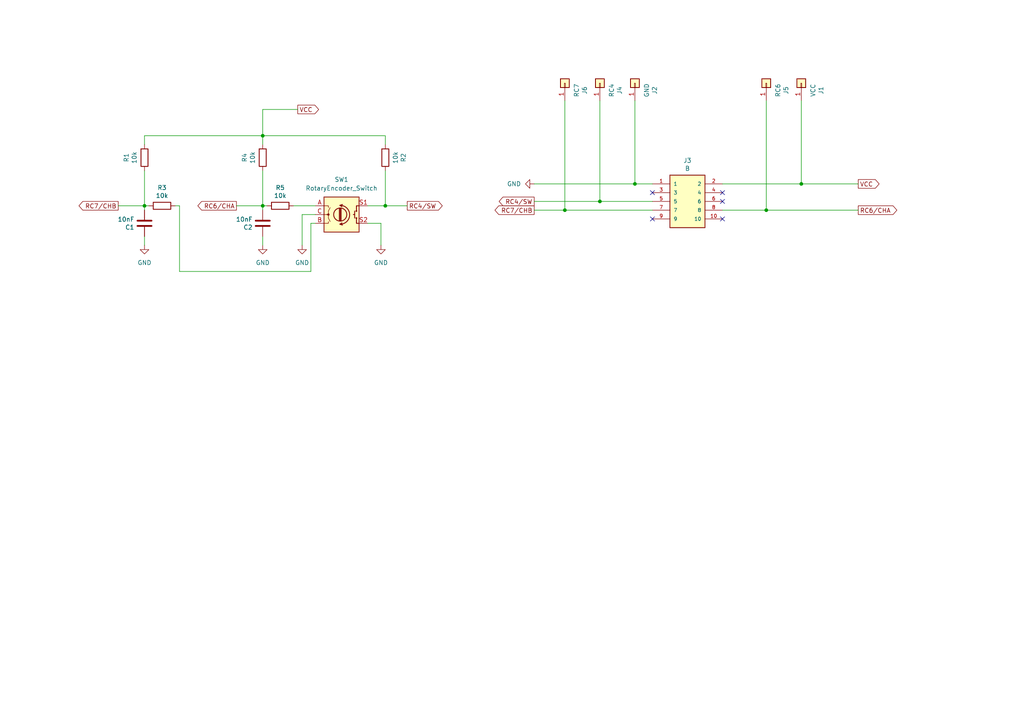
<source format=kicad_sch>
(kicad_sch (version 20211123) (generator eeschema)
  (paper "A4")
  (title_block (title "Rotary encoder for ASRC V6") (date "2022-04-27") (rev "V1"))
  (lib_symbols
    (symbol "Connector_Generic:Conn_01x01" (pin_names (offset 1.016) hide)
      (property "Reference" "J" (at 0 2.54 0))
      (property "Value" "Conn_01x01" (at 0 -2.54 0))
      (symbol "Conn_01x01_1_1"
        (rectangle (start -1.27 0.127) (end 0 -0.127) (stroke (width 0.1524)))
        (rectangle (start -1.27 1.27) (end 1.27 -1.27) (stroke (width 0.254)) (fill (type background)))
        (pin passive line (at -5.08 0 0) (length 3.81) (name "Pin_1") (number "1"))
      )
    )
    (symbol "Device:C" (pin_numbers hide) (pin_names (offset 0.254))
      (property "Reference" "C" (at 0.635 2.54 0))
      (property "Value" "C" (at 0.635 -2.54 0))
      (symbol "C_0_1"
        (polyline (pts (xy -2.032 -0.762) (xy 2.032 -0.762)) (stroke (width 0.508)))
        (polyline (pts (xy -2.032 0.762) (xy 2.032 0.762)) (stroke (width 0.508)))
      )
      (symbol "C_1_1"
        (pin passive line (at 0 3.81 270) (length 2.794) (name "~") (number "1"))
        (pin passive line (at 0 -3.81 90) (length 2.794) (name "~") (number "2"))
      )
    )
    (symbol "Device:R" (pin_numbers hide) (pin_names (offset 0))
      (property "Reference" "R" (at 2.032 0 90))
      (property "Value" "R" (at 0 0 90))
      (symbol "R_0_1"
        (rectangle (start -1.016 -2.54) (end 1.016 2.54) (stroke (width 0.254)))
      )
      (symbol "R_1_1"
        (pin passive line (at 0 3.81 270) (length 1.27) (name "~") (number "1"))
        (pin passive line (at 0 -3.81 90) (length 1.27) (name "~") (number "2"))
      )
    )
    (symbol "Device:RotaryEncoder_Switch" (pin_names (offset 0.254) hide)
      (property "Reference" "SW" (at 0 6.604 0))
      (property "Value" "RotaryEncoder_Switch" (at 0 -6.604 0))
      (symbol "RotaryEncoder_Switch_0_1"
        (rectangle (start -5.08 5.08) (end 5.08 -5.08) (stroke (width 0.254)) (fill (type background)))
        (circle (center -3.81 0) (radius 0.254) (fill (type outline)))
        (arc (start -0.381 -2.794) (mid 2.3622 -0.0635) (end -0.381 2.667) (stroke (width 0.254)))
        (circle (center -0.381 0) (radius 1.905) (stroke (width 0.254)))
        (polyline (pts (xy -0.635 -1.778) (xy -0.635 1.778)) (stroke (width 0.254)))
        (polyline (pts (xy -0.381 -1.778) (xy -0.381 1.778)) (stroke (width 0.254)))
        (polyline (pts (xy -0.127 1.778) (xy -0.127 -1.778)) (stroke (width 0.254)))
        (polyline (pts (xy 3.81 0) (xy 3.429 0)) (stroke (width 0.254)))
        (polyline (pts (xy 3.81 1.016) (xy 3.81 -1.016)) (stroke (width 0.254)))
        (polyline (pts (xy -5.08 -2.54) (xy -3.81 -2.54) (xy -3.81 -2.032)))
        (polyline (pts (xy -5.08 2.54) (xy -3.81 2.54) (xy -3.81 2.032)))
        (polyline (pts (xy 0.254 -3.048) (xy -0.508 -2.794) (xy 0.127 -2.413)) (stroke (width 0.254)))
        (polyline (pts (xy 0.254 2.921) (xy -0.508 2.667) (xy 0.127 2.286)) (stroke (width 0.254)))
        (polyline (pts (xy 5.08 -2.54) (xy 4.318 -2.54) (xy 4.318 -1.016)) (stroke (width 0.254)))
        (polyline (pts (xy 5.08 2.54) (xy 4.318 2.54) (xy 4.318 1.016)) (stroke (width 0.254)))
        (polyline (pts (xy -5.08 0) (xy -3.81 0) (xy -3.81 -1.016) (xy -3.302 -2.032)))
        (polyline (pts (xy -4.318 0) (xy -3.81 0) (xy -3.81 1.016) (xy -3.302 2.032)))
        (circle (center 4.318 -1.016) (radius 0.127) (stroke (width 0.254)))
        (circle (center 4.318 1.016) (radius 0.127) (stroke (width 0.254)))
      )
      (symbol "RotaryEncoder_Switch_1_1"
        (pin passive line (at -7.62 2.54 0) (length 2.54) (name "A") (number "A"))
        (pin passive line (at -7.62 -2.54 0) (length 2.54) (name "B") (number "B"))
        (pin passive line (at -7.62 0 0) (length 2.54) (name "C") (number "C"))
        (pin passive line (at 7.62 2.54 180) (length 2.54) (name "S1") (number "S1"))
        (pin passive line (at 7.62 -2.54 180) (length 2.54) (name "S2") (number "S2"))
      )
    )
    (symbol "kicad-snk:TE_CONN_RCPT_10POS_0.1_TIN_PCB" (pin_names (offset 1.016))
      (property "Reference" "J" (at -5.08 8.255 0))
      (property "Value" "TE_CONN_RCPT_10POS_0.1_TIN_PCB" (at -5.08 -10.1854 0))
      (symbol "TE_CONN_RCPT_10POS_0.1_TIN_PCB_0_0"
        (rectangle (start -5.08 -7.62) (end 5.08 7.62) (stroke (width 0.254)) (fill (type background)))
        (pin passive line (at -10.16 5.08 0) (length 5.08) (name "1") (number "1"))
        (pin passive line (at 10.16 -5.08 180) (length 5.08) (name "10") (number "10"))
        (pin passive line (at 10.16 5.08 180) (length 5.08) (name "2") (number "2"))
        (pin passive line (at -10.16 2.54 0) (length 5.08) (name "3") (number "3"))
        (pin passive line (at 10.16 2.54 180) (length 5.08) (name "4") (number "4"))
        (pin passive line (at -10.16 0 0) (length 5.08) (name "5") (number "5"))
        (pin passive line (at 10.16 0 180) (length 5.08) (name "6") (number "6"))
        (pin passive line (at -10.16 -2.54 0) (length 5.08) (name "7") (number "7"))
        (pin passive line (at 10.16 -2.54 180) (length 5.08) (name "8") (number "8"))
        (pin passive line (at -10.16 -5.08 0) (length 5.08) (name "9") (number "9"))
      )
    )
    (symbol "power:GND" (power) (pin_names (offset 0))
      (property "Value" "GND" (at 0 -3.81 0))
      (symbol "GND_0_1"
        (polyline (pts (xy 0 0) (xy 0 -1.27) (xy 1.27 -1.27) (xy 0 -2.54) (xy -1.27 -1.27) (xy 0 -1.27)))
      )
      (symbol "GND_1_1"
        (pin power_in line (at 0 0 270) (length 0) hide (name "GND") (number "1"))
      )
    )
  )
  (junction (at 163.83 60.96))
  (junction (at 76.2 39.37))
  (junction (at 111.76 59.69))
  (junction (at 76.2 59.69))
  (junction (at 173.99 58.42))
  (junction (at 222.25 60.96))
  (junction (at 184.15 53.34))
  (junction (at 232.41 53.34))
  (junction (at 41.91 59.69))
  (no_connect (at 189.23 55.88))
  (no_connect (at 189.23 63.5))
  (no_connect (at 209.55 55.88))
  (no_connect (at 209.55 58.42))
  (no_connect (at 209.55 63.5))
  (wire (pts (xy 68.58 59.69) (xy 76.2 59.69)))
  (wire (pts (xy 76.2 39.37) (xy 111.76 39.37)))
  (wire (pts (xy 209.55 60.96) (xy 222.25 60.96)))
  (wire (pts (xy 76.2 59.69) (xy 76.2 60.96)))
  (wire (pts (xy 91.44 62.23) (xy 87.63 62.23)))
  (wire (pts (xy 43.18 59.69) (xy 41.91 59.69)))
  (wire (pts (xy 41.91 39.37) (xy 41.91 41.91)))
  (wire (pts (xy 76.2 39.37) (xy 76.2 41.91)))
  (wire (pts (xy 76.2 68.58) (xy 76.2 71.12)))
  (wire (pts (xy 163.83 60.96) (xy 189.23 60.96)))
  (wire (pts (xy 76.2 31.75) (xy 76.2 39.37)))
  (wire (pts (xy 111.76 59.69) (xy 118.11 59.69)))
  (wire (pts (xy 110.49 64.77) (xy 110.49 71.12)))
  (wire (pts (xy 41.91 39.37) (xy 76.2 39.37)))
  (wire (pts (xy 111.76 59.69) (xy 111.76 49.53)))
  (wire (pts (xy 85.09 59.69) (xy 91.44 59.69)))
  (wire (pts (xy 50.8 59.69) (xy 52.07 59.69)))
  (wire (pts (xy 184.15 53.34) (xy 189.23 53.34)))
  (wire (pts (xy 173.99 58.42) (xy 189.23 58.42)))
  (wire (pts (xy 52.07 59.69) (xy 52.07 78.74)))
  (wire (pts (xy 90.17 64.77) (xy 91.44 64.77)))
  (wire (pts (xy 154.94 60.96) (xy 163.83 60.96)))
  (wire (pts (xy 87.63 62.23) (xy 87.63 71.12)))
  (wire (pts (xy 76.2 49.53) (xy 76.2 59.69)))
  (wire (pts (xy 163.83 29.21) (xy 163.83 60.96)))
  (wire (pts (xy 52.07 78.74) (xy 90.17 78.74)))
  (wire (pts (xy 41.91 49.53) (xy 41.91 59.69)))
  (wire (pts (xy 41.91 68.58) (xy 41.91 71.12)))
  (wire (pts (xy 34.29 59.69) (xy 41.91 59.69)))
  (wire (pts (xy 106.68 59.69) (xy 111.76 59.69)))
  (wire (pts (xy 77.47 59.69) (xy 76.2 59.69)))
  (wire (pts (xy 111.76 41.91) (xy 111.76 39.37)))
  (wire (pts (xy 86.36 31.75) (xy 76.2 31.75)))
  (wire (pts (xy 41.91 59.69) (xy 41.91 60.96)))
  (wire (pts (xy 154.94 58.42) (xy 173.99 58.42)))
  (wire (pts (xy 222.25 29.21) (xy 222.25 60.96)))
  (wire (pts (xy 154.94 53.34) (xy 184.15 53.34)))
  (wire (pts (xy 232.41 53.34) (xy 248.92 53.34)))
  (wire (pts (xy 232.41 29.21) (xy 232.41 53.34)))
  (wire (pts (xy 90.17 78.74) (xy 90.17 64.77)))
  (wire (pts (xy 173.99 29.21) (xy 173.99 58.42)))
  (wire (pts (xy 184.15 29.21) (xy 184.15 53.34)))
  (wire (pts (xy 110.49 64.77) (xy 106.68 64.77)))
  (wire (pts (xy 209.55 53.34) (xy 232.41 53.34)))
  (wire (pts (xy 222.25 60.96) (xy 248.92 60.96)))
  (global_label "RC4{slash}SW" (shape output) (at 118.11 59.69 0) (property "Intersheet References" "${INTERSHEET_REFS}" (effects hide)))
  (global_label "RC7{slash}CHB" (shape output) (at 154.94 60.96 180) (property "Intersheet References" "${INTERSHEET_REFS}" (effects hide)))
  (global_label "RC7{slash}CHB" (shape output) (at 34.29 59.69 180) (property "Intersheet References" "${INTERSHEET_REFS}" (effects hide)))
  (global_label "RC6{slash}CHA" (shape output) (at 68.58 59.69 180) (property "Intersheet References" "${INTERSHEET_REFS}" (effects hide)))
  (global_label "RC4{slash}SW" (shape output) (at 154.94 58.42 180) (property "Intersheet References" "${INTERSHEET_REFS}" (effects hide)))
  (global_label "VCC" (shape output) (at 248.92 53.34 0) (property "Intersheet References" "${INTERSHEET_REFS}" (effects hide)))
  (global_label "VCC" (shape output) (at 86.36 31.75 0) (property "Intersheet References" "${INTERSHEET_REFS}" (effects hide)))
  (global_label "RC6{slash}CHA" (shape output) (at 248.92 60.96 0) (property "Intersheet References" "${INTERSHEET_REFS}" (effects hide)))
  (symbol (lib_id "Device:C") (at 41.91 64.77 180) (unit 1)
    (property "Reference" "C1" (at 38.989 65.9384 0) (effects (justify left)))
    (property "Value" "10nF" (at 38.989 63.627 0) (effects (justify left)))
    (property "Footprint" "Capacitor_SMD:C_0603_1608Metric_Pad1.08x0.95mm_HandSolder" (effects hide))
    (property "manf#" "CL10B103KB8NNNC" (effects hide))
  )
  (symbol (lib_id "Connector_Generic:Conn_01x01") (at 232.41 24.13 90) (unit 1)
    (property "Reference" "J1" (at 238.125 26.2128 0))
    (property "Value" "VCC" (at 235.8136 26.2128 0))
    (property "Footprint" "Connector_Pin:Pin_D1.0mm_L10.0mm" (effects hide))
  )
  (symbol (lib_id "Device:R") (at 81.28 59.69 270) (unit 1)
    (property "Reference" "R5" (at 81.28 54.4322 90))
    (property "Value" "10k" (at 81.28 56.7436 90))
    (property "Footprint" "Resistor_SMD:R_0603_1608Metric_Pad0.98x0.95mm_HandSolder" (effects hide))
    (property "manf#" "RT0603FRE074K99L" (effects hide))
  )
  (symbol (lib_id "Device:C") (at 76.2 64.77 180) (unit 1)
    (property "Reference" "C2" (at 73.279 65.9384 0) (effects (justify left)))
    (property "Value" "10nF" (at 73.279 63.627 0) (effects (justify left)))
    (property "Footprint" "Capacitor_SMD:C_0603_1608Metric_Pad1.08x0.95mm_HandSolder" (effects hide))
    (property "manf#" "CL10B103KB8NNNC" (effects hide))
  )
  (symbol (lib_id "Connector_Generic:Conn_01x01") (at 222.25 24.13 90) (unit 1)
    (property "Reference" "J5" (at 227.965 26.2128 0))
    (property "Value" "RC6" (at 225.6536 26.2128 0))
    (property "Footprint" "Connector_Pin:Pin_D1.0mm_L10.0mm" (effects hide))
  )
  (symbol (lib_id "power:GND") (at 87.63 71.12 0) (unit 1)
    (property "Reference" "#PWR0104" (effects hide))
    (property "Value" "GND" (at 87.63 76.2 0))
  )
  (symbol (lib_id "Connector_Generic:Conn_01x01") (at 163.83 24.13 90) (unit 1)
    (property "Reference" "J6" (at 169.545 26.2128 0))
    (property "Value" "RC7" (at 167.2336 26.2128 0))
    (property "Footprint" "Connector_Pin:Pin_D1.0mm_L10.0mm" (effects hide))
  )
  (symbol (lib_id "kicad-snk:TE_CONN_RCPT_10POS_0.1_TIN_PCB") (at 199.39 58.42 0) (unit 1)
    (property "Reference" "J3" (at 199.39 46.5582 0))
    (property "Value" "B" (at 199.39 48.8696 0))
    (property "Footprint" "kicad-snk:TE_CONN_RCPT_10POS_0.1_TIN_PCB" (effects hide))
    (property "Comment" "1-338068-0" (effects hide))
    (property "EU_RoHS_Compliance" "Compliant" (effects hide))
    (property "manf#" "1-215079-0" (effects hide))
  )
  (symbol (lib_id "Device:R") (at 76.2 45.72 0) (unit 1)
    (property "Reference" "R4" (at 70.9422 45.72 90))
    (property "Value" "10k" (at 73.2536 45.72 90))
    (property "Footprint" "Resistor_SMD:R_0603_1608Metric_Pad0.98x0.95mm_HandSolder" (effects hide))
    (property "manf#" "RT0603FRE074K99L" (effects hide))
  )
  (symbol (lib_id "Connector_Generic:Conn_01x01") (at 173.99 24.13 90) (unit 1)
    (property "Reference" "J4" (at 179.705 26.2128 0))
    (property "Value" "RC4" (at 177.3936 26.2128 0))
    (property "Footprint" "Connector_Pin:Pin_D1.0mm_L10.0mm" (effects hide))
  )
  (symbol (lib_id "Device:R") (at 46.99 59.69 270) (unit 1)
    (property "Reference" "R3" (at 46.99 54.4322 90))
    (property "Value" "10k" (at 46.99 56.7436 90))
    (property "Footprint" "Resistor_SMD:R_0603_1608Metric_Pad0.98x0.95mm_HandSolder" (effects hide))
    (property "manf#" "RT0603FRE074K99L" (effects hide))
  )
  (symbol (lib_id "Device:RotaryEncoder_Switch") (at 99.06 62.23 0) (unit 1)
    (property "Reference" "SW1" (at 99.06 52.07 0))
    (property "Value" "RotaryEncoder_Switch" (at 99.06 54.61 0))
    (property "Footprint" "Rotary_Encoder:RotaryEncoder_Alps_EC11E-Switch_Vertical_H20mm" (effects hide))
  )
  (symbol (lib_id "power:GND") (at 154.94 53.34 270) (unit 1)
    (property "Reference" "#PWR0102" (effects hide))
    (property "Value" "GND" (at 151.13 53.3399 90) (effects (justify right)))
  )
  (symbol (lib_id "power:GND") (at 110.49 71.12 0) (unit 1)
    (property "Reference" "#PWR0105" (effects hide))
    (property "Value" "GND" (at 110.49 76.2 0))
  )
  (symbol (lib_id "power:GND") (at 41.91 71.12 0) (unit 1)
    (property "Reference" "#PWR0101" (effects hide))
    (property "Value" "GND" (at 41.91 76.2 0))
  )
  (symbol (lib_id "Connector_Generic:Conn_01x01") (at 184.15 24.13 90) (unit 1)
    (property "Reference" "J2" (at 189.865 26.2128 0))
    (property "Value" "GND" (at 187.5536 26.2128 0))
    (property "Footprint" "Connector_Pin:Pin_D1.0mm_L10.0mm" (effects hide))
  )
  (symbol (lib_id "Device:R") (at 41.91 45.72 0) (unit 1)
    (property "Reference" "R1" (at 36.6522 45.72 90))
    (property "Value" "10k" (at 38.9636 45.72 90))
    (property "Footprint" "Resistor_SMD:R_0603_1608Metric_Pad0.98x0.95mm_HandSolder" (effects hide))
    (property "manf#" "RT0603FRE074K99L" (effects hide))
  )
  (symbol (lib_id "Device:R") (at 111.76 45.72 180) (unit 1)
    (property "Reference" "R2" (at 117.0178 45.72 90))
    (property "Value" "10k" (at 114.7064 45.72 90))
    (property "Footprint" "Resistor_SMD:R_0603_1608Metric_Pad0.98x0.95mm_HandSolder" (effects hide))
    (property "manf#" "RT0603FRE074K99L" (effects hide))
  )
  (symbol (lib_id "power:GND") (at 76.2 71.12 0) (unit 1)
    (property "Reference" "#PWR0103" (effects hide))
    (property "Value" "GND" (at 76.2 76.2 0))
  )
)
</source>
